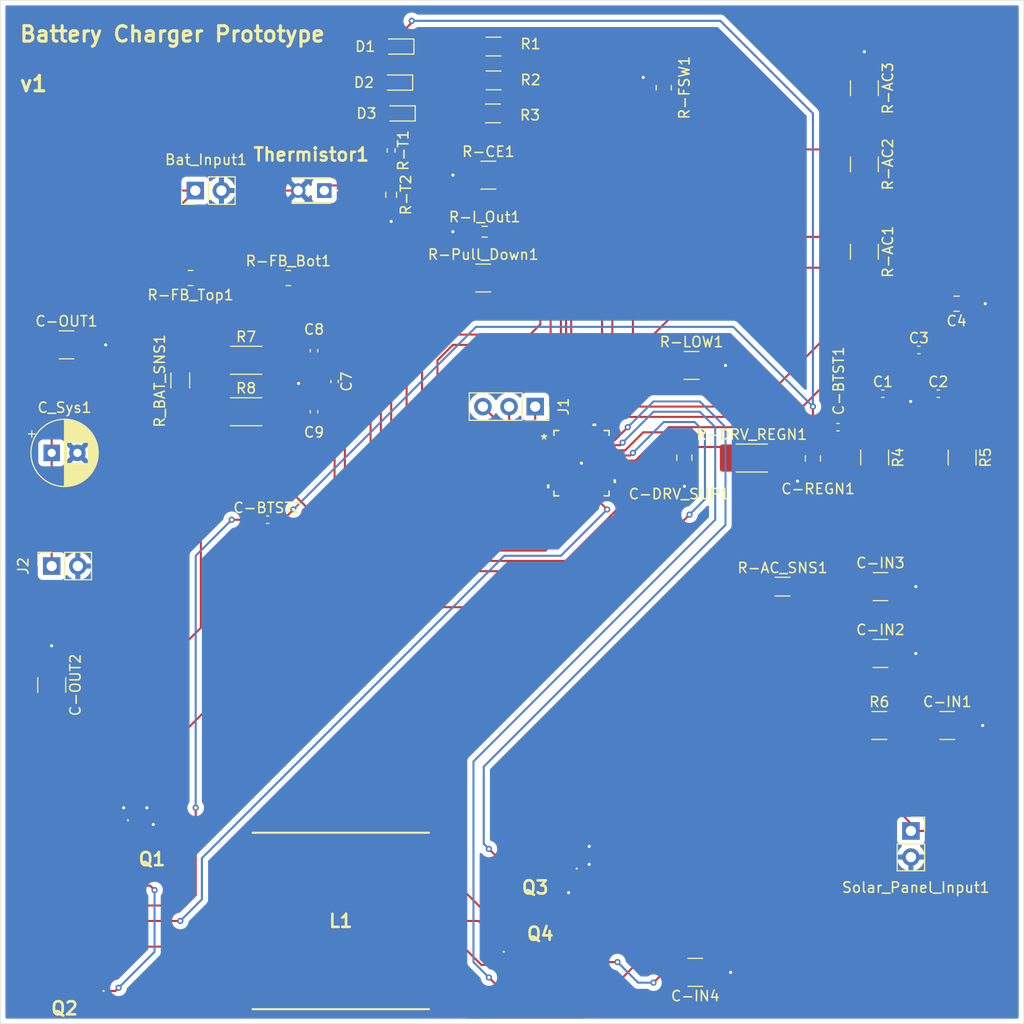
<source format=kicad_pcb>
(kicad_pcb (version 20240108) (generator "pcbnew") (generator_version "8.0")
  (layers (0 "F.Cu" signal) (31 "B.Cu" signal) (34 "B.Paste" user) (35 "F.Paste" user) (36 "B.SilkS" user "B.Silkscreen") (37 "F.SilkS" user "F.Silkscreen") (38 "B.Mask" user) (39 "F.Mask" user) (44 "Edge.Cuts" user))
  (net 0 "")
  (net 1 "PGND")
  (net 2 "Net-(Bat_Input1-Pin_1)")
  (net 3 "Net-(C-IN1-Pad1)")
  (net 4 "Net-(Solar_Panel_Input1-Pin_1)")
  (net 5 "Net-(Q4-D_1)")
  (net 6 "Net-(Q2-D_1)")
  (net 7 "Net-(D1-A)")
  (net 8 "Net-(U1-ACN)")
  (net 9 "Net-(U1-ACP)")
  (net 10 "Net-(U1-SRP)")
  (net 11 "Net-(U1-SRN)")
  (net 12 "Net-(D1-K)")
  (net 13 "Net-(D2-K)")
  (net 14 "Net-(D3-K)")
  (net 15 "Net-(J1-Pin_1)")
  (net 16 "Net-(Q3-D_1)")
  (net 17 "Net-(Q1-D_1)")
  (net 18 "Net-(Q1-G)")
  (net 19 "Net-(Q2-G)")
  (net 20 "Net-(Q3-G)")
  (net 21 "Net-(Q4-G)")
  (net 22 "Net-(U1-ACUV)")
  (net 23 "Net-(U1-ACOV)")
  (net 24 "Net-(U1-CE)")
  (net 25 "Net-(U1-FBG)")
  (net 26 "Net-(U1-FB)")
  (net 27 "Net-(U1-FSW_SYNC)")
  (net 28 "Net-(U1-ICHG)")
  (net 29 "Net-(R-LOW1-Pad1)")
  (net 30 "Net-(U1-ILIM_HIZ)")
  (net 31 "Net-(U1-TS)")
  (net 32 "Net-(U1-STAT1)")
  (net 33 "Net-(U1-STAT2)")
  (net 34 "Net-(U1-PG)")
  (net 38 "Net-(J1-Pin_2)")
  (net 39 "Net-(J1-Pin_3)")
  (footprint "Capacitor_SMD:C_0402_1005Metric_Pad0.74x0.62mm_HandSolder" (layer "F.Cu") (at 193.6825 92.75)
    (property "Reference" "C2")
    (property "Value" "CL05B104KA5NNNC" (hide yes))
  )
  (footprint "Capacitor_SMD:C_0402_1005Metric_Pad0.74x0.62mm_HandSolder" (layer "F.Cu") (at 191.7975 88.5)
    (property "Reference" "C3")
    (property "Value" "CL05A474KA5NNNC" (hide yes))
  )
  (footprint "Capacitor_SMD:C_0402_1005Metric_Pad0.74x0.62mm_HandSolder" (layer "F.Cu") (at 188.2975 92.75)
    (property "Reference" "C1")
    (property "Value" "CL05B104KA5NNNC" (hide yes))
  )
  (footprint "LED_SMD:LED_0603_1608Metric_Pad1.05x0.95mm_HandSolder" (layer "F.Cu") (at 140.9263 62.5 180)
    (property "Reference" "D2")
    (property "Value" "KB EELP41.12-P1R2-36-3X4X-5-R18" (hide yes))
  )
  (footprint "Connector_PinSocket_2.54mm:PinSocket_1x02_P2.54mm_Vertical" (layer "F.Cu") (at 107.5 109.5 90)
    (property "Reference" "J2")
    (property "Value" "Conn_01x02_Pin")
  )
  (footprint "Connector_PinSocket_2.54mm:PinSocket_1x02_P2.54mm_Vertical" (layer "F.Cu") (at 191.025 135.25)
    (property "Reference" "Solar_Panel_Input1")
    (property "Value" "61300211121" (hide yes))
  )
  (footprint "LED_SMD:LED_0603_1608Metric_Pad1.05x0.95mm_HandSolder" (layer "F.Cu") (at 141.1763 65.5 180)
    (property "Reference" "D3")
    (property "Value" "SMLD12EN1WT86" (hide yes))
  )
  (footprint "Capacitor_SMD:C_1210_3225Metric_Pad1.33x2.70mm_HandSolder" (layer "F.Cu") (at 108.9375 88)
    (property "Reference" "C-OUT1")
    (property "Value" "TMK325ABJ476MM-P" (hide yes))
  )
  (footprint "Capacitor_SMD:C_1210_3225Metric_Pad1.33x2.70mm_HandSolder" (layer "F.Cu") (at 194.5625 125)
    (property "Reference" "C-IN1")
    (property "Value" "TMK325ABJ476MM-P" (hide yes))
  )
  (footprint "SamacSys_Parts:AON6482" (layer "F.Cu") (at 109 148.905 90)
    (property "Reference" "Q2")
    (property "Value" "AONS66614" (hide yes))
  )
  (footprint "LED_SMD:LED_0603_1608Metric_Pad1.05x0.95mm_HandSolder" (layer "F.Cu") (at 141.0513 59 180)
    (property "Reference" "D1")
    (property "Value" "KO EELP41.22-Q1S2-25-A8J8-020-R18" (hide yes))
  )
  (footprint "Resistor_SMD:R_0805_2012Metric_Pad1.20x1.40mm_HandSolder" (layer "F.Cu") (at 130.5 81.5)
    (property "Reference" "R-FB_Bot1")
    (property "Value" "CPF0805B25KE1" (hide yes))
  )
  (footprint "Resistor_SMD:R_1206_3216Metric_Pad1.30x1.75mm_HandSolder" (layer "F.Cu") (at 150.45 62.29)
    (property "Reference" "R2")
    (property "Value" "HRG3216P-1002-B-T1" (hide yes))
  )
  (footprint "Resistor_SMD:R_1210_3225Metric_Pad1.30x2.65mm_HandSolder" (layer "F.Cu") (at 186.5 78.95 -90)
    (property "Reference" "R-AC1")
    (property "Value" "ESR25JZPJ105" (hide yes))
  )
  (footprint "Resistor_SMD:R_1206_3216Metric_Pad1.30x1.75mm_HandSolder" (layer "F.Cu") (at 120 91.45 -90)
    (property "Reference" "R_BAT_SNS1")
    (property "Value" "MCS1632R005FER" (hide yes))
  )
  (footprint "Capacitor_SMD:C_0402_1005Metric_Pad0.74x0.62mm_HandSolder" (layer "F.Cu") (at 133 88.5675 -90)
    (property "Reference" "C8")
    (property "Value" "CL05B104KA5NNNC" (hide yes))
  )
  (footprint "Resistor_SMD:R_0603_1608Metric_Pad0.98x0.95mm_HandSolder" (layer "F.Cu") (at 149.5875 77)
    (property "Reference" "R-I_Out1")
    (property "Value" "ERA-3AEB302V" (hide yes))
  )
  (footprint "Capacitor_SMD:C_1210_3225Metric_Pad1.33x2.70mm_HandSolder" (layer "F.Cu") (at 188.0625 118)
    (property "Reference" "C-IN2")
    (property "Value" "TMK325ABJ476MM-P" (hide yes))
  )
  (footprint "Resistor_SMD:R_1210_3225Metric_Pad1.30x2.65mm_HandSolder" (layer "F.Cu") (at 169.7 90)
    (property "Reference" "R-LOW1")
    (property "Value" "ESR25JZPJ104" (hide yes))
  )
  (footprint "SamacSys_Parts:AON6482" (layer "F.Cu") (at 154.99 137 90)
    (property "Reference" "Q3")
    (property "Value" "AONS66614" (hide yes))
  )
  (footprint "Capacitor_SMD:C_1210_3225Metric_Pad1.33x2.70mm_HandSolder" (layer "F.Cu") (at 107.5 121.0625 -90)
    (property "Reference" "C-OUT2")
    (property "Value" "TMK325ABJ476MM-P" (hide yes))
  )
  (footprint "Capacitor_SMD:C_0402_1005Metric_Pad0.74x0.62mm_HandSolder" (layer "F.Cu") (at 133 94.5 -90)
    (property "Reference" "C9")
    (property "Value" "CL05B104KA5NNNC" (hide yes))
  )
  (footprint "SamacSys_Parts:AON6482" (layer "F.Cu") (at 113 137.755 180)
    (property "Reference" "Q1")
    (property "Value" "AONS66614" (hide yes))
  )
  (footprint "Capacitor_SMD:C_0402_1005Metric_Pad0.74x0.62mm_HandSolder" (layer "F.Cu") (at 128.5 105)
    (property "Reference" "C-BTST2")
    (property "Value" "CL05B104KA5NNNC" (hide yes))
  )
  (footprint "Capacitor_SMD:C_0402_1005Metric_Pad0.74x0.62mm_HandSolder" (layer "F.Cu") (at 135 91.5675 -90)
    (property "Reference" "C7")
    (property "Value" "CL05A474KA5NNNC" (hide yes))
  )
  (footprint "Capacitor_THT:CP_Radial_D6.3mm_P2.50mm" (layer "F.Cu") (at 107.5 98.5)
    (property "Reference" "C_Sys1")
    (property "Value" "860020473008" (hide yes))
  )
  (footprint "Resistor_SMD:R_0603_1608Metric_Pad0.98x0.95mm_HandSolder" (layer "F.Cu") (at 140.5 73.4125 -90)
    (property "Reference" "R-T2")
    (property "Value" "ERA-3AEB303V" (hide yes))
  )
  (footprint "BQ25756:VQFN36_RRV_TEX" (layer "F.Cu") (at 159 99.5)
    (property "Reference" "U1" (hide yes))
    (property "Value" "BQ25756RRVR" (hide yes))
  )
  (footprint "Connector_PinHeader_2.54mm:PinHeader_1x02_P2.54mm_Vertical" (layer "F.Cu") (at 121.46 73 90)
    (property "Reference" "Bat_Input1")
    (property "Value" "61300211121" (hide yes))
  )
  (footprint "Capacitor_SMD:C_1210_3225Metric_Pad1.33x2.70mm_HandSolder" (layer "F.Cu") (at 188.0625 111.5)
    (property "Reference" "C-IN3")
    (property "Value" "TMK325ABJ476MM-P" (hide yes))
  )
  (footprint "Capacitor_SMD:C_0805_2012Metric_Pad1.18x1.45mm_HandSolder" (layer "F.Cu") (at 169 98.9625 -90)
    (property "Reference" "C-DRV_SUP1")
    (property "Value" "CL21A475KAQNNNE" (hide yes))
  )
  (footprint "Resistor_SMD:R_1210_3225Metric_Pad1.30x2.65mm_HandSolder" (layer "F.Cu") (at 149.95 71.5)
    (property "Reference" "R-CE1")
    (property "Value" "ESR25JZPJ104" (hide yes))
  )
  (footprint "Resistor_SMD:R_1210_3225Metric_Pad1.30x2.65mm_HandSolder" (layer "F.Cu") (at 187.95 125)
    (property "Reference" "R6")
    (property "Value" "ESR25JZPJ2R4" (hide yes))
  )
  (footprint "Resistor_SMD:R_1210_3225Metric_Pad1.30x2.65mm_HandSolder" (layer "F.Cu") (at 186.5 70.45 -90)
    (property "Reference" "R-AC2")
    (property "Value" "ESR25JZPJ204" (hide yes))
  )
  (footprint "SamacSys_Parts:AON6482" (layer "F.Cu") (at 155 148.905 -90)
    (property "Reference" "Q4")
    (property "Value" "AONS66614" (hide yes))
  )
  (footprint "Resistor_SMD:R_1210_3225Metric_Pad1.30x2.65mm_HandSolder" (layer "F.Cu") (at 187.5 98.95 -90)
    (property "Reference" "R4")
    (property "Value" "ESR25JZPJ100" (hide yes))
  )
  (footprint "Resistor_SMD:R_1210_3225Metric_Pad1.30x2.65mm_HandSolder" (layer "F.Cu") (at 186.5 63.05 -90)
    (property "Reference" "R-AC3")
    (property "Value" "ESR25JZPJ753" (hide yes))
  )
  (footprint "Resistor_SMD:R_2010_5025Metric_Pad1.40x2.65mm_HandSolder" (layer "F.Cu") (at 126.4 89.5)
    (property "Reference" "R7")
    (property "Value" "RMCP2010FT100R" (hide yes))
  )
  (footprint "Resistor_SMD:R_1206_3216Metric_Pad1.30x1.75mm_HandSolder" (layer "F.Cu") (at 150.45 59)
    (property "Reference" "R1")
    (property "Value" "HRG3216P-1002-B-T1" (hide yes))
  )
  (footprint "Resistor_SMD:R_1206_3216Metric_Pad1.30x1.75mm_HandSolder" (layer "F.Cu") (at 150.3987 65.5)
    (property "Reference" "R3")
    (property "Value" "HRG3216P-1002-B-T1" (hide yes))
  )
  (footprint "Capacitor_SMD:C_0805_2012Metric_Pad1.18x1.45mm_HandSolder" (layer "F.Cu") (at 195.4625 84 180)
    (property "Reference" "C4")
    (property "Value" "CL21B105KAFNNNE" (hide yes))
  )
  (footprint "SamacSys_Parts:INDPM172172X700N" (layer "F.Cu") (at 135.6 144 180)
    (property "Reference" "L1")
    (property "Value" "IHLP6767GZER100M01" (hide yes))
  )
  (footprint "Resistor_SMD:R_1206_3216Metric_Pad1.30x1.75mm_HandSolder" (layer "F.Cu") (at 178.55 111.5)
    (property "Reference" "R-AC_SNS1")
    (property "Value" "MCS1632R005FER" (hide yes))
  )
  (footprint "SamacSys_Parts:103AT2" (layer "F.Cu") (at 134 73 90)
    (property "Reference" "Thermistor1")
    (property "Value" "103AT-2" (hide yes))
  )
  (footprint "Capacitor_SMD:C_1210_3225Metric_Pad1.33x2.70mm_HandSolder" (layer "F.Cu") (at 170.0625 149 180)
    (property "Reference" "C-IN4")
    (property "Value" "TMK325ABJ476MM-P" (hide yes))
  )
  (footprint "Resistor_SMD:R_0805_2012Metric_Pad1.20x1.40mm_HandSolder" (layer "F.Cu") (at 121 81.5 180)
    (property "Reference" "R-FB_Top1")
    (property "Value" "RNCF0805BTE250K" (hide yes))
  )
  (footprint "Resistor_SMD:R_2010_5025Metric_Pad1.40x2.65mm_HandSolder" (layer "F.Cu") (at 175.55 99)
    (property "Reference" "R-DRV_REGN1")
    (property "Value" "RMCP2010FT100R" (hide yes))
  )
  (footprint "Resistor_SMD:R_2010_5025Metric_Pad1.40x2.65mm_HandSolder" (layer "F.Cu") (at 126.4 94.5)
    (property "Reference" "R8")
    (property "Value" "RMCP2010FT100R" (hide yes))
  )
  (footprint "Resistor_SMD:R_0805_2012Metric_Pad1.20x1.40mm_HandSolder" (layer "F.Cu") (at 167 63 90)
    (property "Reference" "R-FSW1")
    (property "Value" "CRCW080540K0FKEA" (hide yes))
  )
  (footprint "Capacitor_SMD:C_0402_1005Metric_Pad0.74x0.62mm_HandSolder" (layer "F.Cu") (at 183.9325 96 180)
    (property "Reference" "C-BTST1")
    (property "Value" "CL05B104KA5NNNC" (hide yes))
  )
  (footprint "Resistor_SMD:R_1210_3225Metric_Pad1.30x2.65mm_HandSolder" (layer "F.Cu") (at 196 98.95 -90)
    (property "Reference" "R5")
    (property "Value" "ESR25JZPJ100" (hide yes))
  )
  (footprint "Resistor_SMD:R_1210_3225Metric_Pad1.30x2.65mm_HandSolder" (layer "F.Cu") (at 149.45 81.5)
    (property "Reference" "R-Pull_Down1")
    (property "Value" "ESR25JZPJ104" (hide yes))
  )
  (footprint "Connector_PinSocket_2.54mm:PinSocket_1x03_P2.54mm_Vertical" (layer "F.Cu") (at 154.5 94 -90)
    (property "Reference" "J1")
    (property "Value" "61300311121" (hide yes))
  )
  (footprint "Resistor_SMD:R_0402_1005Metric_Pad0.72x0.64mm_HandSolder" (layer "F.Cu") (at 140.5 69.0975 -90)
    (property "Reference" "R-T1")
    (property "Value" "ERJ-2RKF5231X" (hide yes))
  )
  (footprint "Capacitor_SMD:C_0805_2012Metric_Pad1.18x1.45mm_HandSolder" (layer "F.Cu") (at 181.5 99.0375 -90)
    (property "Reference" "C-REGN1")
    (property "Value" "CL21A475KAQNNNE" (hide yes))
  )
  (gr_rect (start 102.5 54.5) (end 202 154) (stroke (width 0.05)) (fill none) (layer "Edge.Cuts"))
  (gr_text "Battery Charger Prototype\n\nv1" (at 104.25 63.5 0) (layer "F.SilkS") (effects (font (size 1.5 1.5) (thickness 0.3) (bold yes)) (justify left bottom)))
  (segment (start 132 91.25) (end 132.5 91.25) (width 0.2) (layer "F.Cu") (net 1))
  (segment (start 107.5 119.5) (end 107.5 117.25) (width 0.2) (layer "F.Cu") (net 1))
  (segment (start 160.250315 102.444) (end 160.250315 100.750315) (width 0.2) (layer "F.Cu") (net 1))
  (segment (start 159.365 136.365) (end 157.745 136.365) (width 0.2) (layer "F.Cu") (net 1))
  (segment (start 171.25 90) (end 173 90) (width 0.2) (layer "F.Cu") (net 1))
  (segment (start 148.675 77) (end 148.5875 77.0875) (width 0.2) (layer "F.Cu") (net 1))
  (segment (start 159.75 138.5) (end 158.885 137.635) (width 0.2) (layer "F.Cu") (net 1))
  (segment (start 196.125 125) (end 198 125) (width 0.2) (layer "F.Cu") (net 1))
  (segment (start 110.5 88) (end 112.75 88) (width 0.2) (layer "F.Cu") (net 1))
  (segment (start 112.5 135) (end 114.5 133) (width 0.2) (layer "F.Cu") (net 1))
  (segment (start 148.4 71.5) (end 146.5 71.5) (width 0.2) (layer "F.Cu") (net 1))
  (segment (start 161.427085 100.322915) (end 159.822915 100.322915) (width 0.2) (layer "F.Cu") (net 1))
  (segment (start 132.5 91.25) (end 133 91.75) (width 0.2) (layer "F.Cu") (net 1))
  (segment (start 131.5 91.75) (end 132 91.25) (width 0.2) (layer "F.Cu") (net 1))
  (segment (start 191 92.75) (end 193.115 92.75) (width 0.2) (layer "F.Cu") (net 1))
  (segment (start 112.365 135) (end 112.5 135) (width 0.2) (layer "F.Cu") (net 1))
  (segment (start 196.5 84) (end 198.25 84) (width 0.2) (layer "F.Cu") (net 1))
  (segment (start 167 62) (end 165 62) (width 0.2) (layer "F.Cu") (net 1))
  (segment (start 159.75 136.75) (end 159.365 136.365) (width 0.2) (layer "F.Cu") (net 1))
  (segment (start 147.9 77.775) (end 148.675 77) (width 0.2) (layer "F.Cu") (net 1))
  (segment (start 147.9 81.5) (end 147.9 77.775) (width 0.2) (layer "F.Cu") (net 1))
  (segment (start 161.4487 100.250189) (end 161.4487 100.3013) (width 0.2) (layer "F.Cu") (net 1))
  (segment (start 117 135) (end 114.905 135) (width 0.2) (layer "F.Cu") (net 1))
  (segment (start 181.175 100.075) (end 180 101.25) (width 0.2) (layer "F.Cu") (net 1))
  (segment (start 191 92.75) (end 191 93.5) (width 0.2) (layer "F.Cu") (net 1))
  (segment (start 133 93.9325) (end 133 91.75) (width 0.2) (layer "F.Cu") (net 1))
  (segment (start 158.885 137.635) (end 157.745 137.635) (width 0.2) (layer "F.Cu") (net 1))
  (segment (start 140.5 74.325) (end 140.5 76) (width 0.2) (layer "F.Cu") (net 1))
  (segment (start 148.5875 77.0875) (end 146.5875 77.0875) (width 0.2) (layer "F.Cu") (net 1))
  (segment (start 146.5875 77.0875) (end 146.5 77) (width 0.2) (layer "F.Cu") (net 1))
  (segment (start 181.5 100.075) (end 181.175 100.075) (width 0.2) (layer "F.Cu") (net 1))
  (segment (start 186.5 61.5) (end 186.5 59.5) (width 0.2) (layer "F.Cu") (net 1))
  (segment (start 188.865 92.75) (end 191 92.75) (width 0.2) (layer "F.Cu") (net 1))
  (segment (start 161.4487 100.3013) (end 161.427085 100.322915) (width 0.2) (layer "F.Cu") (net 1))
  (segment (start 113.75 135) (end 115.75 133) (width 0.2) (layer "F.Cu") (net 1))
  (segment (start 131.46 73) (end 124 73) (width 0.2) (layer "F.Cu") (net 1))
  (segment (start 113.635 135) (end 113.75 135) (width 0.2) (layer "F.Cu") (net 1))
  (segment (start 159.822915 100.322915) (end 159 99.5) (width 0.2) (layer "F.Cu") (net 1))
  (segment (start 157.75 141.25) (end 157.75 138.91) (width 0.2) (layer "F.Cu") (net 1))
  (segment (start 133 91.75) (end 133 89.135) (width 0.2) (layer "F.Cu") (net 1))
  (segment (start 189.625 111.5) (end 191.5 111.5) (width 0.2) (layer "F.Cu") (net 1))
  (segment (start 117.375 134.625) (end 117 135) (width 0.2) (layer "F.Cu") (net 1))
  (segment (start 189.625 118) (end 191.5 118) (width 0.2) (layer "F.Cu") (net 1))
  (segment (start 160.250315 100.750315) (end 159 99.5) (width 0.2) (layer "F.Cu") (net 1))
  (segment (start 115.75 133) (end 116.75 133) (width 0.2) (layer "F.Cu") (net 1))
  (segment (start 157.75 138.91) (end 157.745 138.905) (width 0.2) (layer "F.Cu") (net 1))
  (segment (start 171.625 149) (end 173.5 149) (width 0.2) (layer "F.Cu") (net 1))
  (segment (start 169 100) (end 169 101.75) (width 0.2) (layer "F.Cu") (net 1))
  (via (at 191 93.5) (size 0.6) (drill 0.3) (layers "F.Cu" "B.Cu") (net 1))
  (via (at 116.75 133) (size 0.6) (drill 0.3) (layers "F.Cu" "B.Cu") (net 1))
  (via (at 107.5 117.25) (size 0.6) (drill 0.3) (layers "F.Cu" "B.Cu") (net 1))
  (via (at 186.5 59.5) (size 0.6) (drill 0.3) (layers "F.Cu" "B.Cu") (net 1))
  (via (at 131.5 91.75) (size 0.6) (drill 0.3) (layers "F.Cu" "B.Cu") (net 1))
  (via (at 173.5 149) (size 0.6) (drill 0.3) (layers "F.Cu" "B.Cu") (net 1))
  (via (at 117.375 134.625) (size 0.6) (drill 0.3) (layers "F.Cu" "B.Cu") (net 1))
  (via (at 165 62) (size 0.6) (drill 0.3) (layers "F.Cu" "B.Cu") (net 1))
  (via (at 191.5 118) (size 0.6) (drill 0.3) (layers "F.Cu" "B.Cu") (net 1))
  (via (at 146.5 71.5) (size 0.6) (drill 0.3) (layers "F.Cu" "B.Cu") (net 1))
  (via (at 159 99.5) (size 1.2) (drill 0.3) (layers "F.Cu" "B.Cu") (net 1))
  (via (at 140.5 76) (size 0.6) (drill 0.3) (layers "F.Cu" "B.Cu") (net 1))
  (via (at 114.5 133) (size 0.6) (drill 0.3) (layers "F.Cu" "B.Cu") (net 1))
  (via (at 159.75 136.75) (size 0.6) (drill 0.3) (layers "F.Cu" "B.Cu") (net 1))
  (via (at 159.75 138.5) (size 0.6) (drill 0.3) (layers "F.Cu" "B.Cu") (net 1))
  (via (at 191.5 111.5) (size 0.6) (drill 0.3) (layers "F.Cu" "B.Cu") (net 1))
  (via (at 180 101.25) (size 0.6) (drill 0.3) (layers "F.Cu" "B.Cu") (net 1))
  (via (at 173 90) (size 0.6) (drill 0.3) (layers "F.Cu" "B.Cu") (net 1))
  (via (at 198 125) (size 0.6) (drill 0.3) (layers "F.Cu" "B.Cu") (net 1))
  (via (at 146.5 77) (size 0.6) (drill 0.3) (layers "F.Cu" "B.Cu") (net 1))
  (via (at 157.75 141.25) (size 0.6) (drill 0.3) (layers "F.Cu" "B.Cu") (net 1))
  (via (at 112.75 88) (size 0.6) (drill 0.3) (layers "F.Cu" "B.Cu") (net 1))
  (via (at 198.25 84) (size 0.6) (drill 0.3) (layers "F.Cu" "B.Cu") (net 1))
  (via (at 169 101.75) (size 0.6) (drill 0.3) (layers "F.Cu" "B.Cu") (net 1))
  (segment (start 107.5 98.5) (end 107.5 109.5) (width 0.2) (layer "F.Cu") (net 2))
  (segment (start 124 89.5) (end 120.4 89.5) (width 0.2) (layer "F.Cu") (net 2))
  (segment (start 120.4 89.5) (end 120 89.9) (width 0.2) (layer "F.Cu") (net 2))
  (segment (start 107.5 88.5) (end 107.5 98.5) (width 0.2) (layer "F.Cu") (net 2))
  (segment (start 107.375 78.75) (end 107.375 88) (width 0.2) (layer "F.Cu") (net 2))
  (segment (start 120 89.9) (end 120 81.5) (width 0.2) (layer "F.Cu") (net 2))
  (segment (start 120 81.5) (end 120 74.46) (width 0.2) (layer "F.Cu") (net 2))
  (segment (start 110 73) (end 107.375 75.625) (width 0.2) (layer "F.Cu") (net 2))
  (segment (start 107.375 75.625) (end 107.375 78.75) (width 0.2) (layer "F.Cu") (net 2))
  (segment (start 121.46 73) (end 110 73) (width 0.2) (layer "F.Cu") (net 2))
  (segment (start 107.375 88) (end 107.375 88.375) (width 0.2) (layer "F.Cu") (net 2))
  (segment (start 107.375 88.375) (end 107.5 88.5) (width 0.2) (layer "F.Cu") (net 2))
  (segment (start 120 74.46) (end 121.46 73) (width 0.2) (layer "F.Cu") (net 2))
  (segment (start 189.5 125) (end 193 125) (width 0.2) (layer "F.Cu") (net 3))
  (segment (start 158.677211 94.322789) (end 168.5 84.5) (width 0.2) (layer "F.Cu") (net 4))
  (segment (start 200 127.5) (end 192.25 135.25) (width 0.2) (layer "F.Cu") (net 4))
  (segment (start 192.25 135.25) (end 191.025 135.25) (width 0.2) (layer "F.Cu") (net 4))
  (segment (start 186.4 125) (end 186.4 118.1) (width 0.2) (layer "F.Cu") (net 4))
  (segment (start 186.5 80.5) (end 190.925 80.5) (width 0.2) (layer "F.Cu") (net 4))
  (segment (start 178 80.5) (end 186.5 80.5) (width 0.2) (layer "F.Cu") (net 4))
  (segment (start 186.5 80.5) (end 199 80.5) (width 0.2) (layer "F.Cu") (net 4))
  (segment (start 186.5 111.5) (end 180.1 111.5) (width 0.2) (layer "F.Cu") (net 4))
  (segment (start 200 81.5) (end 200 127.5) (width 0.2) (layer "F.Cu") (net 4))
  (segment (start 180.1 109.4) (end 184.5 105) (width 0.2) (layer "F.Cu") (net 4))
  (segment (start 190.925 80.5) (end 194.425 84) (width 0.2) (layer "F.Cu") (net 4))
  (segment (start 191.025 135.25) (end 191.025 134.525) (width 0.2) (layer "F.Cu") (net 4))
  (segment (start 186.5 118) (end 186.5 111.5) (width 0.2) (layer "F.Cu") (net 4))
  (segment (start 158.749937 96.556) (end 158.677211 96.483274) (width 0.2) (layer "F.Cu") (net 4))
  (segment (start 191.5 105) (end 196 100.5) (width 0.2) (layer "F.Cu") (net 4))
  (segment (start 199 80.5) (end 200 81.5) (width 0.2) (layer "F.Cu") (net 4))
  (segment (start 174 84.5) (end 178 80.5) (width 0.2) (layer "F.Cu") (net 4))
  (segment (start 168.5 84.5) (end 174 84.5) (width 0.2) (layer "F.Cu") (net 4))
  (segment (start 186.4 129.9) (end 186.4 125) (width 0.2) (layer "F.Cu") (net 4))
  (segment (start 184.5 105) (end 191.5 105) (width 0.2) (layer "F.Cu") (net 4))
  (segment (start 158.677211 96.483274) (end 158.677211 94.322789) (width 0.2) (layer "F.Cu") (net 4))
  (segment (start 180.1 111.5) (end 180.1 109.4) (width 0.2) (layer "F.Cu") (net 4))
  (segment (start 191.025 134.525) (end 186.4 129.9) (width 0.2) (layer "F.Cu") (net 4))
  (segment (start 186.4 118.1) (end 186.5 118) (width 0.2) (layer "F.Cu") (net 4))
  (segment (start 187.5 100.5) (end 185 100.5) (width 0.2) (layer "F.Cu") (net 5))
  (segment (start 177 108.5) (end 177 111.5) (width 0.2) (layer "F.Cu") (net 5))
  (segment (start 159.04 149.54) (end 157.82 149.54) (width 0.2) (layer "F.Cu") (net 5))
  (segment (start 159.5 150) (end 158.69 150.81) (width 0.2) (layer "F.Cu") (net 5))
  (segment (start 167 149) (end 166.5 149.5) (width 0.2) (layer "F.Cu") (net 5))
  (segment (start 168.5 149) (end 167 149) (width 0.2) (layer "F.Cu") (net 5))
  (segment (start 159.5 150) (end 159.04 149.54) (width 0.2) (layer "F.Cu") (net 5))
  (segment (start 168.5 141) (end 168.5 149) (width 0.2) (layer "F.Cu") (net 5))
  (segment (start 177 111.5) (end 177 132.5) (width 0.2) (layer "F.Cu") (net 5))
  (segment (start 160.25 148.25) (end 157.84 148.25) (width 0.2) (layer "F.Cu") (net 5))
  (segment (start 161.5 148) (end 160.75 148.75) (width 0.2) (layer "F.Cu") (net 5))
  (segment (start 157.84 148.25) (end 157.82 148.27) (width 0.2) (layer "F.Cu") (net 5))
  (segment (start 160.75 148.75) (end 160.25 148.25) (width 0.2) (layer "F.Cu") (net 5))
  (segment (start 166.5 149.5) (end 166 150) (width 0.2) (layer "F.Cu") (net 5))
  (segment (start 162.5 148) (end 161.5 148) (width 0.2) (layer "F.Cu") (net 5))
  (segment (start 160.5 147) (end 157.82 147) (width 0.2) (layer "F.Cu") (net 5))
  (segment (start 161.5 148) (end 160.5 147) (width 0.2) (layer "F.Cu") (net 5))
  (segment (start 185 100.5) (end 177 108.5) (width 0.2) (layer "F.Cu") (net 5))
  (segment (start 177 132.5) (end 168.5 141) (width 0.2) (layer "F.Cu") (net 5))
  (segment (start 158.69 150.81) (end 157.82 150.81) (width 0.2) (layer "F.Cu") (net 5))
  (segment (start 160.75 148.75) (end 159.5 150) (width 0.2) (layer "F.Cu") (net 5))
  (via (at 166 150) (size 0.6) (drill 0.3) (layers "F.Cu" "B.Cu") (net 5))
  (via (at 162.5 148) (size 0.6) (drill 0.3) (layers "F.Cu" "B.Cu") (net 5))
  (segment (start 166 150) (end 164.5 150) (width 0.2) (layer "B.Cu") (net 5))
  (segment (start 164.5 150) (end 162.5 148) (width 0.2) (layer "B.Cu") (net 5))
  (segment (start 120 95.75) (end 120 93) (width 0.2) (layer "F.Cu") (net 6))
  (segment (start 122.75 95.75) (end 120 95.75) (width 0.2) (layer "F.Cu") (net 6))
  (segment (start 107.5 122.625) (end 106 124.125) (width 0.2) (layer "F.Cu") (net 6))
  (segment (start 107.5 122.625) (end 111.875 122.625) (width 0.2) (layer "F.Cu") (net 6))
  (segment (start 104.5 150.75) (end 106.12 150.75) (width 0.2) (layer "F.Cu") (net 6))
  (segment (start 106.12 150.75) (end 106.18 150.81) (width 0.2) (layer "F.Cu") (net 6))
  (segment (start 106 143.25) (end 104 145.25) (width 0.2) (layer "F.Cu") (net 6))
  (segment (start 104 147.25) (end 105.02 148.27) (width 0.2) (layer "F.Cu") (net 6))
  (segment (start 105.02 148.27) (end 106.18 148.27) (width 0.2) (layer "F.Cu") (net 6))
  (segment (start 104.79 149.54) (end 106.18 149.54) (width 0.2) (layer "F.Cu") (net 6))
  (segment (start 104 147.25) (end 104 148.75) (width 0.2) (layer "F.Cu") (net 6))
  (segment (start 104 145.25) (end 104 146.25) (width 0.2) (layer "F.Cu") (net 6))
  (segment (start 104.75 147) (end 106.18 147) (width 0.2) (layer "F.Cu") (net 6))
  (segment (start 106 124.125) (end 106 143.25) (width 0.2) (layer "F.Cu") (net 6))
  (segment (start 124 94.5) (end 122.75 95.75) (width 0.2) (layer "F.Cu") (net 6))
  (segment (start 104.125 146.375) (end 104.75 147) (width 0.2) (layer "F.Cu") (net 6))
  (segment (start 104 148.75) (end 104 150.25) (width 0.2) (layer "F.Cu") (net 6))
  (segment (start 104 146.25) (end 104.125 146.375) (width 0.2) (layer "F.Cu") (net 6))
  (segment (start 120 114.5) (end 120 95.75) (width 0.2) (layer "F.Cu") (net 6))
  (segment (start 104 148.75) (end 104.79 149.54) (width 0.2) (layer "F.Cu") (net 6))
  (segment (start 104 146.5) (end 104 147.25) (width 0.2) (layer "F.Cu") (net 6))
  (segment (start 111.875 122.625) (end 120 114.5) (width 0.2) (layer "F.Cu") (net 6))
  (segment (start 104.125 146.375) (end 104 146.5) (width 0.2) (layer "F.Cu") (net 6))
  (segment (start 104 150.25) (end 104.5 150.75) (width 0.2) (layer "F.Cu") (net 6))
  (segment (start 164.750189 99.750063) (end 165.249937 99.750063) (width 0.2) (layer "F.Cu") (net 7))
  (segment (start 165 96.5) (end 167 96.5) (width 0.2) (layer "F.Cu") (net 7))
  (segment (start 140.3013 62.8013) (end 140.3013 65.5) (width 0.2) (layer "F.Cu") (net 7))
  (segment (start 140.1763 59) (end 140.1763 62.375) (width 0.2) (layer "F.Cu") (net 7))
  (segment (start 162.750441 101.250441) (end 163.5 102) (width 0.2) (layer "F.Cu") (net 7))
  (segment (start 184.5 96) (end 183.5 95) (width 0.2) (layer "F.Cu") (net 7))
  (segment (start 140.3013 65.5) (end 140.3013 68.3013) (width 0.2) (layer "F.Cu") (net 7))
  (segment (start 161.4487 101.250441) (end 162.750441 101.250441) (width 0.2) (layer "F.Cu") (net 7))
  (segment (start 172.925 97.925) (end 174 99) (width 0.2) (layer "F.Cu") (net 7))
  (segment (start 180.5 96) (end 181.5 97) (width 0.2) (layer "F.Cu") (net 7))
  (segment (start 181.5 98) (end 181.5 95) (width 0.2) (layer "F.Cu") (net 7))
  (segment (start 140.1763 62.375) (end 140.0513 62.5) (width 0.2) (layer "F.Cu") (net 7))
  (segment (start 164.250063 99.249937) (end 161.4487 99.249937) (width 0.2) (layer "F.Cu") (net 7))
  (segment (start 167.075 97.925) (end 169 97.925) (width 0.2) (layer "F.Cu") (net 7))
  (segment (start 167.5 96) (end 180.5 96) (width 0.2) (layer "F.Cu") (net 7))
  (segment (start 130 105) (end 129.0675 105) (width 0.2) (layer "F.Cu") (net 7))
  (segment (start 178.1 98) (end 181.5 98) (width 0.2) (layer "F.Cu") (net 7))
  (segment (start 169 97.925) (end 172.925 97.925) (width 0.2) (layer "F.Cu") (net 7))
  (segment (start 161.4487 98.249685) (end 163.250315 98.249685) (width 0.2) (layer "F.Cu") (net 7))
  (segment (start 140.0513 62.5513) (end 140.3013 62.8013) (width 0.2) (layer "F.Cu") (net 7))
  (segment (start 157.5 110) (end 134.0675 110) (width 0.2) (layer "F.Cu") (net 7))
  (segment (start 174 99) (end 177.1 99) (width 0.2) (layer "F.Cu") (net 7))
  (segment (start 167 96.5) (end 164.250063 99.249937) (width 0.2) (layer "F.Cu") (net 7))
  (segment (start 163.5 104) (end 157.5 110) (width 0.2) (layer "F.Cu") (net 7))
  (segment (start 163.5 102) (end 163.5 104) (width 0.2) (layer "F.Cu") (net 7))
  (segment (start 181.5 98) (end 181.5 97) (width 0.2) (layer "F.Cu") (net 7))
  (segment (start 131 104) (end 130 105) (width 0.2) (layer "F.Cu") (net 7))
  (segment (start 142.5 56.5) (end 142.5 56.6763) (width 0.2) (layer "F.Cu") (net 7))
  (segment (start 140.3013 68.3013) (end 140.5 68.5) (width 0.2) (layer "F.Cu") (net 7))
  (segment (start 165.249937 99.750063) (end 167.075 97.925) (width 0.2) (layer "F.Cu") (net 7))
  (segment (start 167 96.5) (end 167.5 96) (width 0.2) (layer "F.Cu") (net 7))
  (segment (start 164.250063 99.249937) (end 164.750189 99.750063) (width 0.2) (layer "F.Cu") (net 7))
  (segment (start 134.0675 110) (end 129.0675 105) (width 0.2) (layer "F.Cu") (net 7))
  (segment (start 142.5 56.6763) (end 140.1763 59) (width 0.2) (layer "F.Cu") (net 7))
  (segment (start 163.250315 98.249685) (end 165 96.5) (width 0.2) (layer "F.Cu") (net 7))
  (segment (start 181.5 95) (end 181.5 94) (width 0.2) (layer "F.Cu") (net 7))
  (segment (start 140.0513 62.5) (end 140.0513 62.5513) (width 0.2) (layer "F.Cu") (net 7))
  (segment (start 183.5 95) (end 181.5 95) (width 0.2) (layer "F.Cu") (net 7))
  (segment (start 177.1 99) (end 178.1 98) (width 0.2) (layer "F.Cu") (net 7))
  (segment (start 161.4487 99.750063) (end 165.249937 99.750063) (width 0.2) (layer "F.Cu") (net 7))
  (via (at 131 104) (size 0.6) (drill 0.3) (layers "F.Cu" "B.Cu") (net 7))
  (via (at 142.5 56.5) (size 0.6) (drill 0.3) (layers "F.Cu" "B.Cu") (net 7))
  (via (at 181.5 94) (size 0.6) (drill 0.3) (layers "F.Cu" "B.Cu") (net 7))
  (segment (start 173.75 86.25) (end 148.75 86.25) (width 0.2) (layer "B.Cu") (net 7))
  (segment (start 148.75 86.25) (end 131 104) (width 0.2) (layer "B.Cu") (net 7))
  (segment (start 181.5 94) (end 181.5 65.5) (width 0.2) (layer "B.Cu") (net 7))
  (segment (start 172.5 56.5) (end 142.5 56.5) (width 0.2) (layer "B.Cu") (net 7))
  (segment (start 181.5 65.5) (end 172.5 56.5) (width 0.2) (layer "B.Cu") (net 7))
  (segment (start 181.5 94) (end 173.75 86.25) (width 0.2) (layer "B.Cu") (net 7))
  (segment (start 161.444 96.556) (end 163 95) (width 0.2) (layer "F.Cu") (net 8))
  (segment (start 187.5 97.4) (end 187.5 92.23) (width 0.2) (layer "F.Cu") (net 8))
  (segment (start 160.750441 96.556) (end 161.444 96.556) (width 0.2) (layer "F.Cu") (net 8))
  (segment (start 186 88.5) (end 191.23 88.5) (width 0.2) (layer "F.Cu") (net 8))
  (segment (start 163 95) (end 179.5 95) (width 0.2) (layer "F.Cu") (net 8))
  (segment (start 179.5 95) (end 186 88.5) (width 0.2) (layer "F.Cu") (net 8))
  (segment (start 187.5 92.23) (end 191.23 88.5) (width 0.2) (layer "F.Cu") (net 8))
  (segment (start 194.365 92.5) (end 194.365 90.5) (width 0.2) (layer "F.Cu") (net 9))
  (segment (start 160.250315 95.924727) (end 162.175042 94) (width 0.2) (layer "F.Cu") (net 9))
  (segment (start 160.250315 96.556) (end 160.250315 95.924727) (width 0.2) (layer "F.Cu") (net 9))
  (segment (start 194.25 95.65) (end 194.25 92.75) (width 0.2) (layer "F.Cu") (net 9))
  (segment (start 194.365 90.5) (end 192.365 88.5) (width 0.2) (layer "F.Cu") (net 9))
  (segment (start 189.365 85.5) (end 192.365 88.5) (width 0.2) (layer "F.Cu") (net 9))
  (segment (start 184.5 85.5) (end 189.365 85.5) (width 0.2) (layer "F.Cu") (net 9))
  (segment (start 176 94) (end 184.5 85.5) (width 0.2) (layer "F.Cu") (net 9))
  (segment (start 162.175042 94) (end 176 94) (width 0.2) (layer "F.Cu") (net 9))
  (segment (start 196 97.4) (end 194.25 95.65) (width 0.2) (layer "F.Cu") (net 9))
  (segment (start 158.749937 102.444) (end 158.749937 104.750063) (width 0.2) (layer "F.Cu") (net 10))
  (segment (start 133 95.0675) (end 129.3675 95.0675) (width 0.2) (layer "F.Cu") (net 10))
  (segment (start 135 103) (end 135 93) (width 0.2) (layer "F.Cu") (net 10))
  (segment (start 155.5 108) (end 140 108) (width 0.2) (layer "F.Cu") (net 10))
  (segment (start 140 108) (end 135 103) (width 0.2) (layer "F.Cu") (net 10))
  (segment (start 135 92.135) (end 135 93) (width 0.2) (layer "F.Cu") (net 10))
  (segment (start 135 93.0675) (end 133 95.0675) (width 0.2) (layer "F.Cu") (net 10))
  (segment (start 158.749937 104.750063) (end 155.5 108) (width 0.2) (layer "F.Cu") (net 10))
  (segment (start 135 93) (end 135 93.0675) (width 0.2) (layer "F.Cu") (net 10))
  (segment (start 129.3675 95.0675) (end 128.8 94.5) (width 0.2) (layer "F.Cu") (net 10))
  (segment (start 135 90.865) (end 135 89) (width 0.2) (layer "F.Cu") (net 11))
  (segment (start 155.5 106.5) (end 141 106.5) (width 0.2) (layer "F.Cu") (net 11))
  (segment (start 136 101.5) (end 136 91.865) (width 0.2) (layer "F.Cu") (net 11))
  (segment (start 134 88) (end 133 88) (width 0.2) (layer "F.Cu") (net 11))
  (segment (start 133 88) (end 130.3 88) (width 0.2) (layer "F.Cu") (net 11))
  (segment (start 135 89) (end 134 88) (width 0.2) (layer "F.Cu") (net 11))
  (segment (start 130.3 88) (end 128.8 89.5) (width 0.2) (layer "F.Cu") (net 11))
  (segment (start 158.249811 103.750189) (end 155.5 106.5) (width 0.2) (layer "F.Cu") (net 11))
  (segment (start 136 91.865) (end 135 90.865) (width 0.2) (layer "F.Cu") (net 11))
  (segment (start 141 106.5) (end 136 101.5) (width 0.2) (layer "F.Cu") (net 11))
  (segment (start 158.249811 102.444) (end 158.249811 103.750189) (width 0.2) (layer "F.Cu") (net 11))
  (segment (start 148.9 59) (end 141.9263 59) (width 0.2) (layer "F.Cu") (net 12))
  (segment (start 148.9 62.29) (end 142.0113 62.29) (width 0.2) (layer "F.Cu") (net 13))
  (segment (start 142.0113 62.29) (end 141.8013 62.5) (width 0.2) (layer "F.Cu") (net 13))
  (segment (start 148.8487 65.5) (end 142.0513 65.5) (width 0.2) (layer "F.Cu") (net 14))
  (segment (start 154.5 94) (end 154.5 96.5) (width 0.2) (layer "F.Cu") (net 15))
  (segment (start 154.5 96.5) (end 155.249433 97.249433) (width 0.2) (layer "F.Cu") (net 15))
  (segment (start 155.249433 97.249433) (end 156.5513 97.249433) (width 0.2) (layer "F.Cu") (net 15))
  (segment (start 151.365 136.365) (end 152.17 136.365) (width 0.2) (layer "F.Cu") (net 16))
  (segment (start 150.25 148.27) (end 149.27 148.27) (width 0.2) (layer "F.Cu") (net 16))
  (segment (start 162.250567 97.249433) (end 162.5 97) (width 0.2) (layer "F.Cu") (net 16))
  (segment (start 159.1 153.4) (end 165 147.5) (width 0.2) (layer "F.Cu") (net 16))
  (segment (start 145.5 144.5) (end 146.375 145.375) (width 0.2) (layer "F.Cu") (net 16))
  (segment (start 162.5 131.5) (end 155.07 131.5) (width 0.2) (layer "F.Cu") (net 16))
  (segment (start 151.405 138.905) (end 152.17 138.905) (width 0.2) (layer "F.Cu") (net 16))
  (segment (start 152.17 134.4) (end 152.17 135.095) (width 0.2) (layer "F.Cu") (net 16))
  (segment (start 152 147) (end 152.245 147) (width 0.2) (layer "F.Cu") (net 16))
  (segment (start 161.4487 97.249433) (end 162.250567 97.249433) (width 0.2) (layer "F.Cu") (net 16))
  (segment (start 150 137) (end 150.635 137.635) (width 0.2) (layer "F.Cu") (net 16))
  (segment (start 165 147.5) (end 165 134) (width 0.2) (layer "F.Cu") (net 16))
  (segment (start 149.27 148.27) (end 147 146) (width 0.2) (layer "F.Cu") (net 16))
  (segment (start 147 146) (end 147 152.5) (width 0.2) (layer "F.Cu") (net 16))
  (segment (start 183.365 96) (end 183.365 100.635) (width 0.2) (layer "F.Cu") (net 16))
  (segment (start 155.07 131.5) (end 152.17 134.4) (width 0.2) (layer "F.Cu") (net 16))
  (segment (start 152.245 149.54) (end 151.52 149.54) (width 0.2) (layer "F.Cu") (net 16))
  (segment (start 147 152.5) (end 147.9 153.4) (width 0.2) (layer "F.Cu") (net 16))
  (segment (start 150.5 135.5) (end 151.365 136.365) (width 0.2) (layer "F.Cu") (net 16))
  (segment (start 162.5 97) (end 163.5 96) (width 0.2) (layer "F.Cu") (net 16))
  (segment (start 149 144) (end 152 147) (width 0.2) (layer "F.Cu") (net 16))
  (segment (start 152.17 137.61) (end 152.17 137.635) (width 0.2) (layer "F.Cu") (net 16))
  (segment (start 143.2 144.5) (end 145.5 144.5) (width 0.2) (layer "F.Cu") (net 16))
  (segment (start 150.635 137.635) (end 152.17 137.635) (width 0.2) (layer "F.Cu") (net 16))
  (segment (start 146.375 145.375) (end 147.75 144) (width 0.2) (layer "F.Cu") (net 16))
  (segment (start 150.5 133.5) (end 150.5 135.5) (width 0.2) (layer "F.Cu") (net 16))
  (segment (start 147.75 144) (end 149 144) (width 0.2) (layer "F.Cu") (net 16))
  (segment (start 152.245 148.27) (end 150.25 148.27) (width 0.2) (layer "F.Cu") (net 16))
  (segment (start 183.365 100.635) (end 150.5 133.5) (width 0.2) (layer "F.Cu") (net 16))
  (segment (start 165 134) (end 162.5 131.5) (width 0.2) (layer "F.Cu") (net 16))
  (segment (start 150.635 138.135) (end 151.405 138.905) (width 0.2) (layer "F.Cu") (net 16))
  (segment (start 150.635 137.635) (end 150.635 138.135) (width 0.2) (layer "F.Cu") (net 16))
  (segment (start 151.52 149.54) (end 150.25 148.27) (width 0.2) (layer "F.Cu") (net 16))
  (segment (start 147.9 153.4) (end 159.1 153.4) (width 0.2) (layer "F.Cu") (net 16))
  (segment (start 146.375 145.375) (end 147 146) (width 0.2) (layer "F.Cu") (net 16))
  (via (at 163.5 96) (size 0.6) (drill 0.3) (layers "F.Cu" "B.Cu") (net 16))
  (via (at 150 137) (size 0.6) (drill 0.3) (layers "F.Cu" "B.Cu") (net 16))
  (segment (start 173 96) (end 173 105.5) (width 0.2) (layer "B.Cu") (net 16))
  (segment (start 173 105.5) (end 149.5 129) (width 0.2) (layer "B.Cu") (net 16))
  (segment (start 170.5 93.5) (end 173 96) (width 0.2) (layer "B.Cu") (net 16))
  (segment (start 149.5 136.5) (end 150 137) (width 0.2) (layer "B.Cu") (net 16))
  (segment (start 166 93.5) (end 170.5 93.5) (width 0.2) (layer "B.Cu") (net 16))
  (segment (start 163.5 96) (end 166 93.5) (width 0.2) (layer "B.Cu") (net 16))
  (segment (start 149.5 129) (end 149.5 136.5) (width 0.2) (layer "B.Cu") (net 16))
  (segment (start 121.5 141.5) (end 120.5 142.5) (width 0.2) (layer "F.Cu") (net 17))
  (segment (start 115 144) (end 112.365 141.365) (width 0.2) (layer "F.Cu") (net 17))
  (segment (start 161 103.5) (end 161.5 104) (width 0.2) (layer "F.Cu") (net 17))
  (segment (start 113.635 140.635) (end 113.635 140.575) (width 0.2) (layer "F.Cu") (net 17))
  (segment (start 114.75 146.5) (end 114 146.5) (width 0.2) (layer "F.Cu") (net 17))
  (segment (start 115.5 142.5) (end 113.635 140.635) (width 0.2) (layer "F.Cu") (net 17))
  (segment (start 160.750441 103.250441) (end 161 103.5) (width 0.2) (layer "F.Cu") (net 17))
  (segment (start 116.25 146.5) (end 114.75 146.5) (width 0.2) (layer "F.Cu") (net 17))
  (segment (start 122 144.5) (end 120 146.5) (width 0.2) (layer "F.Cu") (net 17))
  (segment (start 112.98 148.27) (end 114.75 146.5) (width 0.2) (layer "F.Cu") (net 17))
  (segment (start 128 144.5) (end 122 144.5) (width 0.2) (layer "F.Cu") (net 17))
  (segment (start 111.755 148.27) (end 112.98 148.27) (width 0.2) (layer "F.Cu") (net 17))
  (segment (start 160.750441 102.444) (end 160.750441 103.250441) (width 0.2) (layer "F.Cu") (net 17))
  (segment (start 111.755 150.81) (end 113.69 150.81) (width 0.2) (layer "F.Cu") (net 17))
  (segment (start 120.5 142.5) (end 115.5 142.5) (width 0.2) (layer "F.Cu") (net 17))
  (segment (start 120 146.5) (end 116.25 146.5) (width 0.2) (layer "F.Cu") (net 17))
  (segment (start 111.095 143.595) (end 111.095 140.575) (width 0.2) (layer "F.Cu") (net 17))
  (segment (start 111.755 149.54) (end 113.21 149.54) (width 0.2) (layer "F.Cu") (net 17))
  (segment (start 113.69 150.81) (end 114 150.5) (width 0.2) (layer "F.Cu") (net 17))
  (segment (start 117.5 141) (end 117.075 140.575) (width 0.2) (layer "F.Cu") (net 17))
  (segment (start 120 144) (end 115 144) (width 0.2) (layer "F.Cu") (net 17))
  (segment (start 127.9325 105) (end 125 105) (width 0.2) (layer "F.Cu") (net 17))
  (segment (start 121.5 133) (end 121.5 141.5) (width 0.2) (layer "F.Cu") (net 17))
  (segment (start 114 146.5) (end 111.095 143.595) (width 0.2) (layer "F.Cu") (net 17))
  (segment (start 113.21 149.54) (end 116.25 146.5) (width 0.2) (layer "F.Cu") (net 17))
  (segment (start 112.365 141.365) (end 112.365 140.575) (width 0.2) (layer "F.Cu") (net 17))
  (segment (start 117.075 140.575) (end 114.905 140.575) (width 0.2) (layer "F.Cu") (net 17))
  (via (at 114 150.5) (size 0.6) (drill 0.3) (layers "F.Cu" "B.Cu") (net 17))
  (via (at 161.5 104) (size 0.6) (drill 0.3) (layers "F.Cu" "B.Cu") (net 17))
  (via (at 121.5 133) (size 0.6) (drill 0.3) (layers "F.Cu" "B.Cu") (net 17))
  (via (at 120 144) (size 0.6) (drill 0.3) (layers "F.Cu" "B.Cu") (net 17))
  (via (at 125 105) (size 0.6) (drill 0.3) (layers "F.Cu" "B.Cu") (net 17))
  (via (at 117.5 141) (size 0.6) (drill 0.3) (layers "F.Cu" "B.Cu") (net 17))
  (segment (start 125 105) (end 121.5 108.5) (width 0.2) (layer "B.Cu") (net 17))
  (segment (start 114 150.5) (end 113.9 150.4) (width 0.2) (layer "B.Cu") (net 17))
  (segment (start 122.1 141.9) (end 120 144) (width 0.2) (layer "B.Cu") (net 17))
  (segment (start 114 150.5) (end 117.5 147) (width 0.2) (layer "B.Cu") (net 17))
  (segment (start 122.1 137.9) (end 122.1 141.9) (width 0.2) (layer "B.Cu") (net 17))
  (segment (start 121.5 108.5) (end 121.5 133) (width 0.2) (layer "B.Cu") (net 17))
  (segment (start 157 108.5) (end 151.5 108.5) (width 0.2) (layer "B.Cu") (net 17))
  (segment (start 117.5 147) (end 117.5 141) (width 0.2) (layer "B.Cu") (net 17))
  (segment (start 151.5 108.5) (end 122.1 137.9) (width 0.2) (layer "B.Cu") (net 17))
  (segment (start 157 108.5) (end 161.5 104) (width 0.2) (layer "B.Cu") (net 17))
  (segment (start 111.095 134.905) (end 132.5 113.5) (width 0.2) (layer "F.Cu") (net 18))
  (segment (start 164.5 101.5) (end 163.750315 100.750315) (width 0.2) (layer "F.Cu") (net 18))
  (segment (start 163.750315 100.750315) (end 161.4487 100.750315) (width 0.2) (layer "F.Cu") (net 18))
  (segment (start 132.5 113.5) (end 155.5 113.5) (width 0.2) (layer "F.Cu") (net 18))
  (segment (start 155.5 113.5) (end 164.5 104.5) (width 0.2) (layer "F.Cu") (net 18))
  (segment (start 111.095 135) (end 111.095 134.905) (width 0.2) (layer "F.Cu") (net 18))
  (segment (start 164.5 104.5) (end 164.5 101.5) (width 0.2) (layer "F.Cu") (net 18))
  (segment (start 108 143.5) (end 111.5 147) (width 0.2) (layer "F.Cu") (net 19))
  (segment (start 162.467157 102.769024) (end 162.467157 103.981372) (width 0.2) (layer "F.Cu") (net 19))
  (segment (start 122 115.5) (end 108 129.5) (width 0.2) (layer "F.Cu") (net 19))
  (segment (start 122 105.5) (end 122 115.5) (width 0.2) (layer "F.Cu") (net 19))
  (segment (start 157.448529 109) (end 137.5 109) (width 0.2) (layer "F.Cu") (net 19))
  (segment (start 162.467157 103.981372) (end 157.448529 109) (width 0.2) (layer "F.Cu") (net 19))
  (segment (start 161.4487 101.750567) (end 162.467157 102.769024) (width 0.2) (layer "F.Cu") (net 19))
  (segment (start 108 129.5) (end 108 143.5) (width 0.2) (layer "F.Cu") (net 19))
  (segment (start 130 101.5) (end 126 101.5) (width 0.2) (layer "F.Cu") (net 19))
  (segment (start 137.5 109) (end 130 101.5) (width 0.2) (layer "F.Cu") (net 19))
  (segment (start 126 101.5) (end 122 105.5) (width 0.2) (layer "F.Cu") (net 19))
  (segment (start 111.5 147) (end 111.755 147) (width 0.2) (layer "F.Cu") (net 19))
  (segment (start 161.095 135.095) (end 157.745 135.095) (width 0.2) (layer "F.Cu") (net 20))
  (segment (start 163 137) (end 161.095 135.095) (width 0.2) (layer "F.Cu") (net 20))
  (segment (start 163.750189 98.749811) (end 164 98.5) (width 0.2) (layer "F.Cu") (net 20))
  (segment (start 161.4487 98.749811) (end 163.750189 98.749811) (width 0.2) (layer "F.Cu") (net 20))
  (segment (start 149.5 143) (end 159.5 143) (width 0.2) (layer "F.Cu") (net 20))
  (segment (start 159.5 143) (end 163 139.5) (width 0.2) (layer "F.Cu") (net 20))
  (segment (start 147.5 126.5) (end 147.5 141) (width 0.2) (layer "F.Cu") (net 20))
  (segment (start 147.5 141) (end 149.5 143) (width 0.2) (layer "F.Cu") (net 20))
  (segment (start 163 139.5) (end 163 137) (width 0.2) (layer "F.Cu") (net 20))
  (segment (start 169.5 104.5) (end 147.5 126.5) (width 0.2) (layer "F.Cu") (net 20))
  (via (at 169.5 104.5) (size 0.6) (drill 0.3) (layers "F.Cu" "B.Cu") (net 20))
  (via (at 164 98.5) (size 0.6) (drill 0.3) (layers "F.Cu" "B.Cu") (net 20))
  (segment (start 170 95.5) (end 171 96.5) (width 0.2) (layer "B.Cu") (net 20))
  (segment (start 164 98.5) (end 167 95.5) (width 0.2) (layer "B.Cu") (net 20))
  (segment (start 167 95.5) (end 170 95.5) (width 0.2) (layer "B.Cu") (net 20))
  (segment (start 171 103) (end 169.5 104.5) (width 0.2) (layer "B.Cu") (net 20))
  (segment (start 171 96.5) (end 171 103) (width 0.2) (layer "B.Cu") (net 20))
  (segment (start 150 149.5) (end 151.31 150.81) (width 0.2) (layer "F.Cu") (net 21))
  (segment (start 161.4487 97.749559) (end 162.750441 97.749559) (width 0.2) (layer "F.Cu") (net 21))
  (segment (start 151.31 150.81) (end 152.245 150.81) (width 0.2) (layer "F.Cu") (net 21))
  (segment (start 162.750441 97.749559) (end 163 97.5) (width 0.2) (layer "F.Cu") (net 21))
  (via (at 150 149.5) (size 0.6) (drill 0.3) (layers "F.Cu" "B.Cu") (net 21))
  (via (at 163 97.5) (size 0.6) (drill 0.3) (layers "F.Cu" "B.Cu") (net 21))
  (segment (start 148.5 148) (end 150 149.5) (width 0.2) (layer "B.Cu") (net 21))
  (segment (start 170.5 94.5) (end 172 96) (width 0.2) (layer "B.Cu") (net 21))
  (segment (start 148.5 128.5) (end 148.5 148) (width 0.2) (layer "B.Cu") (net 21))
  (segment (start 166.5 94.5) (end 170.5 94.5) (width 0.2) (layer "B.Cu") (net 21))
  (segment (start 172 97) (end 172 105) (width 0.2) (layer "B.Cu") (net 21))
  (segment (start 163 97.5) (end 166 94.5) (width 0.2) (layer "B.Cu") (net 21))
  (segment (start 172 96) (end 172 97) (width 0.2) (layer "B.Cu") (net 21))
  (segment (start 172 105) (end 148.5 128.5) (width 0.2) (layer "B.Cu") (net 21))
  (segment (start 166 94.5) (end 166.5 94.5) (width 0.2) (layer "B.Cu") (net 21))
  (segment (start 158.177085 96.483274) (end 158.177085 93.822915) (width 0.2) (layer "F.Cu") (net 22))
  (segment (start 186.4 77.5) (end 186.5 77.4) (width 0.2) (layer "F.Cu") (net 22))
  (segment (start 158.177085 93.822915) (end 164 88) (width 0.2) (layer "F.Cu") (net 22))
  (segment (start 164 88) (end 164 79.5) (width 0.2) (layer "F.Cu") (net 22))
  (segment (start 158.249811 96.556) (end 158.177085 96.483274) (width 0.2) (layer "F.Cu") (net 22))
  (segment (start 166 77.5) (end 186.4 77.5) (width 0.2) (layer "F.Cu") (net 22))
  (segment (start 164 79.5) (end 166 77.5) (width 0.2) (layer "F.Cu") (net 22))
  (segment (start 186.5 77.4) (end 186.5 72) (width 0.2) (layer "F.Cu") (net 22))
  (segment (start 157.749685 96.556) (end 157.749685 93.250315) (width 0.2) (layer "F.Cu") (net 23))
  (segment (start 165 69) (end 186.4 69) (width 0.2) (layer "F.Cu") (net 23))
  (segment (start 186.5 68.9) (end 186.5 64.6) (width 0.2) (layer "F.Cu") (net 23))
  (segment (start 162 89) (end 162 72) (width 0.2) (layer "F.Cu") (net 23))
  (segment (start 157.749685 93.250315) (end 162 89) (width 0.2) (layer "F.Cu") (net 23))
  (segment (start 162 72) (end 165 69) (width 0.2) (layer "F.Cu") (net 23))
  (segment (start 186.4 69) (end 186.5 68.9) (width 0.2) (layer "F.Cu") (net 23))
  (segment (start 146.5 88) (end 155 88) (width 0.2) (layer "F.Cu") (net 24))
  (segment (start 148.250189 100.250189) (end 145 97) (width 0.2) (layer "F.Cu") (net 24))
  (segment (start 156 87) (end 156 74) (width 0.2) (layer "F.Cu") (net 24))
  (segment (start 153.5 71.5) (end 151.5 71.5) (width 0.2) (layer "F.Cu") (net 24))
  (segment (start 156.5513 100.250189) (end 148.250189 100.250189) (width 0.2) (layer "F.Cu") (net 24))
  (segment (start 155 88) (end 156 87) (width 0.2) (layer "F.Cu") (net 24))
  (segment (start 145 97) (end 145 89.5) (width 0.2) (layer "F.Cu") (net 24))
  (segment (start 145 89.5) (end 146.5 88) (width 0.2) (layer "F.Cu") (net 24))
  (segment (start 156 74) (end 153.5 71.5) (width 0.2) (layer "F.Cu") (net 24))
  (segment (start 157.249559 102.444) (end 157.249559 103.000441) (width 0.2) (layer "F.Cu") (net 25))
  (segment (start 139.5 98.5) (end 139.5 86) (width 0.2) (layer "F.Cu") (net 25))
  (segment (start 144.5 103.5) (end 139.5 98.5) (width 0.2) (layer "F.Cu") (net 25))
  (segment (start 139.5 86) (end 135 81.5) (width 0.2) (layer "F.Cu") (net 25))
  (segment (start 156.75 103.5) (end 144.5 103.5) (width 0.2) (layer "F.Cu") (net 25))
  (segment (start 135 81.5) (end 131.5 81.5) (width 0.2) (layer "F.Cu") (net 25))
  (segment (start 157.249559 103.000441) (end 156.75 103.5) (width 0.2) (layer "F.Cu") (net 25))
  (segment (start 157.065686 104) (end 142 104) (width 0.2) (layer "F.Cu") (net 26))
  (segment (start 129.5 81.5) (end 122 81.5) (width 0.2) (layer "F.Cu") (net 26))
  (segment (start 157.749685 103.316001) (end 157.065686 104) (width 0.2) (layer "F.Cu") (net 26))
  (segment (start 157.749685 102.444) (end 157.749685 103.316001) (width 0.2) (layer "F.Cu") (net 26))
  (segment (start 142 104) (end 138.5 100.5) (width 0.2) (layer "F.Cu") (net 26))
  (segment (start 134.5 83) (end 131 83) (width 0.2) (layer "F.Cu") (net 26))
  (segment (start 131 83) (end 129.5 81.5) (width 0.2) (layer "F.Cu") (net 26))
  (segment (start 138.5 87) (end 134.5 83) (width 0.2) (layer "F.Cu") (net 26))
  (segment (start 138.5 100.5) (end 138.5 87) (width 0.2) (layer "F.Cu") (net 26))
  (segment (start 161 88.75) (end 161 70) (width 0.2) (layer "F.Cu") (net 27))
  (segment (start 157.249559 92.500441) (end 161 88.75) (width 0.2) (layer "F.Cu") (net 27))
  (segment (start 157.249559 96.556) (end 157.249559 92.500441) (width 0.2) (layer "F.Cu") (net 27))
  (segment (start 161 70) (end 167 64) (width 0.2) (layer "F.Cu") (net 27))
  (segment (start 142 97.5) (end 142 87) (width 0.2) (layer "F.Cu") (net 28))
  (segment (start 154 78) (end 153 77) (width 0.2) (layer "F.Cu") (net 28))
  (segment (start 142 87) (end 143.5 85.5) (width 0.2) (layer "F.Cu") (net 28))
  (segment (start 154 84.5) (end 154 78) (width 0.2) (layer "F.Cu") (net 28))
  (segment (start 153 77) (end 150.5 77) (width 0.2) (layer "F.Cu") (net 28))
  (segment (start 156.5513 101.250441) (end 145.750441 101.250441) (width 0.2) (layer "F.Cu") (net 28))
  (segment (start 153 85.5) (end 154 84.5) (width 0.2) (layer "F.Cu") (net 28))
  (segment (start 143.5 85.5) (end 153 85.5) (width 0.2) (layer "F.Cu") (net 28))
  (segment (start 145.750441 101.250441) (end 142 97.5) (width 0.2) (layer "F.Cu") (net 28))
  (segment (start 168.15 90) (end 165 90) (width 0.2) (layer "F.Cu") (net 29))
  (segment (start 159.250063 95.749937) (end 159.250063 96.556) (width 0.2) (layer "F.Cu") (net 29))
  (segment (start 165 90) (end 159.250063 95.749937) (width 0.2) (layer "F.Cu") (net 29))
  (segment (start 156.5513 101.750567) (end 156.301867 102) (width 0.2) (layer "F.Cu") (net 30))
  (segment (start 152 84.5) (end 152.5 84) (width 0.2) (layer "F.Cu") (net 30))
  (segment (start 152.5 84) (end 152.5 83) (width 0.2) (layer "F.Cu") (net 30))
  (segment (start 144.5 102) (end 140.5 98) (width 0.2) (layer "F.Cu") (net 30))
  (segment (start 152.5 83) (end 151 81.5) (width 0.2) (layer "F.Cu") (net 30))
  (segment (start 140.5 98) (end 140.5 86) (width 0.2) (layer "F.Cu") (net 30))
  (segment (start 142 84.5) (end 152 84.5) (width 0.2) (layer "F.Cu") (net 30))
  (segment (start 140.5 86) (end 142 84.5) (width 0.2) (layer "F.Cu") (net 30))
  (segment (start 156.301867 102) (end 144.5 102) (width 0.2) (layer "F.Cu") (net 30))
  (segment (start 140.5 72.5) (end 134.5 72.5) (width 0.2) (layer "F.Cu") (net 31))
  (segment (start 143 72.5) (end 140.5 72.5) (width 0.2) (layer "F.Cu") (net 31))
  (segment (start 143.5 97) (end 143.5 88) (width 0.2) (layer "F.Cu") (net 31))
  (segment (start 134.5 72.5) (end 134 73) (width 0.2) (layer "F.Cu") (net 31))
  (segment (start 156.5513 100.750315) (end 147.250315 100.750315) (width 0.2) (layer "F.Cu") (net 31))
  (segment (start 144.5 74) (end 143 72.5) (width 0.2) (layer "F.Cu") (net 31))
  (segment (start 154 87) (end 155 86) (width 0.2) (layer "F.Cu") (net 31))
  (segment (start 143.5 88) (end 144.5 87) (width 0.2) (layer "F.Cu") (net 31))
  (segment (start 155 77) (end 152 74) (width 0.2) (layer "F.Cu") (net 31))
  (segment (start 147.250315 100.750315) (end 143.5 97) (width 0.2) (layer "F.Cu") (net 31))
  (segment (start 144.5 87) (end 154 87) (width 0.2) (layer "F.Cu") (net 31))
  (segment (start 140.5 69.695) (end 140.5 72.5) (width 0.2) (layer "F.Cu") (net 31))
  (segment (start 155 86) (end 155 77) (width 0.2) (layer "F.Cu") (net 31))
  (segment (start 152 74) (end 144.5 74) (width 0.2) (layer "F.Cu") (net 31))
  (segment (start 147 96) (end 147 92) (width 0.2) (layer "F.Cu") (net 32))
  (segment (start 158 61.5) (end 155.5 59) (width 0.2) (layer "F.Cu") (net 32))
  (segment (start 155.5 59) (end 152 59) (width 0.2) (layer "F.Cu") (net 32))
  (segment (start 158 89.5) (end 158 61.5) (width 0.2) (layer "F.Cu") (net 32))
  (segment (start 157.5 90) (end 158 89.5) (width 0.2) (layer "F.Cu") (net 32))
  (segment (start 147 92) (end 149 90) (width 0.2) (layer "F.Cu") (net 32))
  (segment (start 149 90) (end 157.5 90) (width 0.2) (layer "F.Cu") (net 32))
  (segment (start 156.5513 98.749811) (end 149.749811 98.749811) (width 0.2) (layer "F.Cu") (net 32))
  (segment (start 149.749811 98.749811) (end 147 96) (width 0.2) (layer "F.Cu") (net 32))
  (segment (start 148 89.5) (end 157 89.5) (width 0.2) (layer "F.Cu") (net 33))
  (segment (start 146.5 96.5) (end 146.5 91) (width 0.2) (layer "F.Cu") (net 33))
  (segment (start 146.5 91) (end 148 89.5) (width 0.2) (layer "F.Cu") (net 33))
  (segment (start 157.5 89) (end 157.5 64) (width 0.2) (layer "F.Cu") (net 33))
  (segment (start 155.79 62.29) (end 152 62.29) (width 0.2) (layer "F.Cu") (net 33))
  (segment (start 156.5513 99.249937) (end 149.249937 99.249937) (width 0.2) (layer "F.Cu") (net 33))
  (segment (start 157.5 64) (end 155.79 62.29) (width 0.2) (layer "F.Cu") (net 33))
  (segment (start 157 89.5) (end 157.5 89) (width 0.2) (layer "F.Cu") (net 33))
  (segment (start 149.249937 99.249937) (end 146.5 96.5) (width 0.2) (layer "F.Cu") (net 33))
  (segment (start 148.750063 99.750063) (end 146 97) (width 0.2) (layer "F.Cu") (net 34))
  (segment (start 146 90) (end 147 89) (width 0.2) (layer "F.Cu") (net 34))
  (segment (start 157 68.5) (end 154 65.5) (width 0.2) (layer "F.Cu") (net 34))
  (segment (start 156.5513 99.750063) (end 148.750063 99.750063) (width 0.2) (layer "F.Cu") (net 34))
  (segment (start 146 97) (end 146 90) (width 0.2) (layer "F.Cu") (net 34))
  (segment (start 154 65.5) (end 151.9487 65.5) (width 0.2) (layer "F.Cu") (net 34))
  (segment (start 147 89) (end 156 89) (width 0.2) (layer "F.Cu") (net 34))
  (segment (start 156 89) (end 157 88) (width 0.2) (layer "F.Cu") (net 34))
  (segment (start 157 88) (end 157 68.5) (width 0.2) (layer "F.Cu") (net 34))
  (segment (start 151.96 95.202081) (end 151.96 94) (width 0.2) (layer "F.Cu") (net 38))
  (segment (start 156.5513 97.749559) (end 154.507478 97.749559) (width 0.2) (layer "F.Cu") (net 38))
  (segment (start 154.507478 97.749559) (end 151.96 95.202081) (width 0.2) (layer "F.Cu") (net 38))
  (segment (start 153.669685 98.249685) (end 149.42 94) (width 0.2) (layer "F.Cu") (net 39))
  (segment (start 156.5513 98.249685) (end 153.669685 98.249685) (width 0.2) (layer "F.Cu") (net 39))
  (zone (net 1) (net_name "PGND") (layer "B.Cu") (connect_pads (clearance 0.5)) (min_thickness 0.25) (fill yes (thermal_gap 0.5) (thermal_bridge_width 0.5))
    (polygon (pts (xy 102.5 54.5) (xy 102.5 154) (xy 202 154) (xy 202 54.5)))
  )
)
</source>
